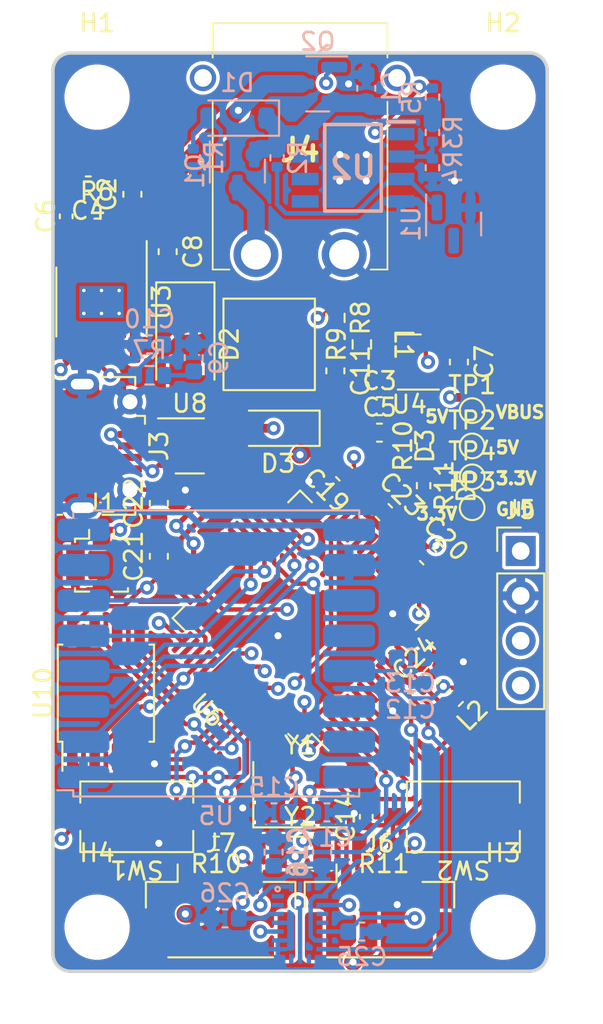
<source format=kicad_pcb>
(kicad_pcb (version 20221018) (generator pcbnew)
  (layers (0 "F.Cu" signal) (1 "In1.Cu" signal) (2 "In2.Cu" signal) (31 "B.Cu" signal) (34 "B.Paste" user) (35 "F.Paste" user) (36 "B.SilkS" user "B.Silkscreen") (37 "F.SilkS" user "F.Silkscreen") (38 "B.Mask" user) (39 "F.Mask" user) (44 "Edge.Cuts" user))
  (net 0 "")
  (net 1 "/STM32/OSC32_IN")
  (net 2 "GND")
  (net 3 "/STM32/OSC32_OUT")
  (net 4 "/STM32/OSC_OUT")
  (net 5 "Net-(U6-VCAP1)")
  (net 6 "+5V")
  (net 7 "VDC")
  (net 8 "Net-(U3-BOOT)")
  (net 9 "Net-(D2-K)")
  (net 10 "Net-(C9-Pad1)")
  (net 11 "VCC")
  (net 12 "Net-(U3-SS)")
  (net 13 "Net-(U3-COMP)")
  (net 14 "/STM32/NRST")
  (net 15 "/STM32/OSC_IN")
  (net 16 "Net-(D1-A)")
  (net 17 "VBUS")
  (net 18 "Net-(J1-In)")
  (net 19 "/STM32/SWDIO")
  (net 20 "/STM32/SWCLK")
  (net 21 "/STM32/S1_control")
  (net 22 "/STM32/S1_feedback")
  (net 23 "/STM32/S2_control")
  (net 24 "/STM32/S2_feedback")
  (net 25 "Net-(Q2-G)")
  (net 26 "Net-(U1-K)")
  (net 27 "Net-(U2A--)")
  (net 28 "Net-(U3-EN)")
  (net 29 "Net-(U3-VSENSE)")
  (net 30 "/STM32/BOOT0")
  (net 31 "/Power/BATT")
  (net 32 "/Data management/MISO_RF")
  (net 33 "/Data management/MOSI_RF")
  (net 34 "/Data management/SCK_RF")
  (net 35 "/STM32/USB_D-")
  (net 36 "/STM32/USB_D+")
  (net 37 "/Data management/CS_RF")
  (net 38 "/Data management/RESET_RF")
  (net 42 "/Data management/RF_IO0")
  (net 43 "+3V3")
  (net 46 "/STM32/IMU_SCK")
  (net 47 "/STM32/IMU_MISO")
  (net 48 "/STM32/IMU_MOSI")
  (net 49 "/STM32/CE_ACC")
  (net 50 "/STM32/CE_GYR")
  (net 51 "/STM32/CE_MAG")
  (net 52 "/Data management/CS_FC")
  (net 53 "/Data management/WP_FC")
  (net 54 "/Data management/HOLD_FC")
  (net 55 "/Data management/SCK_FC")
  (net 56 "/Data management/MISO_FC")
  (net 57 "/Data management/MOSI_FC")
  (net 58 "Net-(U6-VDDA)")
  (net 59 "Net-(D3-A)")
  (net 60 "Net-(D5-A)")
  (net 61 "Net-(J3-D-)")
  (net 62 "Net-(J3-D+)")
  (footprint "Inductor_SMD:L_0603_1608Metric" (layer "F.Cu") (at 202.75 120.5 -135)
    (fp_text reference "L2")
    (fp_text value "10u")
  )
  (footprint "Capacitor_SMD:C_0603_1608Metric" (layer "F.Cu") (at 198.5 104)
    (fp_text reference "C3")
    (fp_text value "1u")
  )
  (footprint "Capacitor_SMD:C_0603_1608Metric" (layer "F.Cu") (at 201.5 119.25 45)
    (fp_text reference "C24")
    (fp_text value "100nF")
  )
  (footprint "Capacitor_SMD:C_0603_1608Metric" (layer "F.Cu") (at 203 101.5 -90)
    (fp_text reference "C7")
    (fp_text value "1u")
  )
  (footprint "Capacitor_SMD:C_0603_1608Metric" (layer "F.Cu") (at 198.75 110 -45)
    (fp_text reference "C23")
    (fp_text value "4.7u")
  )
  (footprint "Package_TO_SOT_SMD:SOT-23" (layer "F.Cu") (at 200.1875 101.5 180)
    (fp_text reference "U4")
    (fp_text value "LP3993-33B3F")
  )
  (footprint "TestPoint:TestPoint_Pad_D1.0mm" (layer "F.Cu") (at 203.75 109.75)
    (fp_text reference "TP3")
    (fp_text value "~")
  )
  (footprint "Capacitor_SMD:C_0603_1608Metric" (layer "F.Cu") (at 186.5 95.25 -90)
    (fp_text reference "C8")
    (fp_text value "100nF")
  )
  (footprint "Package_SO:SOIC-8-1EP_3.9x4.9mm_P1.27mm_EP2.29x3mm_ThermalVias" (layer "F.Cu") (at 182.75 98.1 -90)
    (fp_text reference "U3")
    (fp_text value "TPS54331D")
  )
  (footprint "Resistor_SMD:R_0402_1005Metric" (layer "F.Cu") (at 189.25 128.75 180)
    (fp_text reference "R10")
    (fp_text value "10k")
  )
  (footprint "Resistor_SMD:R_0402_1005Metric" (layer "F.Cu") (at 198.75 128.75 180)
    (fp_text reference "R11")
    (fp_text value "10k")
  )
  (footprint "MountingHole:MountingHole_3.2mm_M3" (layer "F.Cu") (at 205.5 133.5)
    (fp_text reference "H3")
    (fp_text value "MountingHole")
  )
  (footprint "Capacitor_SMD:C_0603_1608Metric" (layer "F.Cu") (at 186 112.5 90)
    (fp_text reference "C21")
    (fp_text value "100nF")
  )
  (footprint "Connector_JST:JST_GH_SM04B-GHS-TB_1x04-1MP_P1.25mm_Horizontal" (layer "F.Cu") (at 198.5 132.65)
    (fp_text reference "J6")
    (fp_text value "Conn_01x04")
  )
  (footprint "Button_Switch_SMD:SW_Tactile_SPST_NO_Straight_CK_PTS636Sx25SMTRLFS" (layer "F.Cu") (at 184.75 127.25 180)
    (fp_text reference "SW1")
    (fp_text value "TS-1187A-B-A-B")
  )
  (footprint "MountingHole:MountingHole_3.2mm_M3" (layer "F.Cu") (at 182.5 86.5)
    (fp_text reference "H1")
    (fp_text value "MountingHole")
  )
  (footprint "Connector_USB:USB_Micro-B_Molex-105017-0001" (layer "F.Cu") (at 182.9 106.25 -90)
    (fp_text reference "J3")
    (fp_text value "USB_B_Micro")
  )
  (footprint "TestPoint:TestPoint_Pad_D1.0mm" (layer "F.Cu") (at 203.75 104.25)
    (fp_text reference "TP1")
    (fp_text value "~")
  )
  (footprint "Resistor_SMD:R_0603_1608Metric" (layer "F.Cu") (at 196 99 -90)
    (fp_text reference "R8")
    (fp_text value "10.2k")
  )
  (footprint "Capacitor_SMD:C_0402_1005Metric" (layer "F.Cu") (at 180.75 93.25 90)
    (fp_text reference "C6")
    (fp_text value "8.2n")
  )
  (footprint "Resistor_SMD:R_0402_1005Metric" (layer "F.Cu") (at 201 108.5 -90)
    (fp_text reference "R11")
    (fp_text value "200")
  )
  (footprint "Package_SO:SOP-8_5.28x5.23mm_P1.27mm" (layer "F.Cu") (at 183 120.25 90)
    (fp_text reference "U10")
    (fp_text value "AT25SF081-XMHF-X")
  )
  (footprint "Capacitor_SMD:C_0603_1608Metric" (layer "F.Cu") (at 201.25 112.5 -45)
    (fp_text reference "C20")
    (fp_text value "100nF")
  )
  (footprint "Resistor_SMD:R_0603_1608Metric" (layer "F.Cu") (at 197.5 100.5 90)
    (fp_text reference "R9")
    (fp_text value "1.91k")
  )
  (footprint "local-library:IHLP2020CZER100M01" (layer "F.Cu") (at 192.25 100.5 -90)
    (fp_text reference "L1")
    (fp_text value "IHLP2020CZER100M01")
  )
  (footprint "Package_TO_SOT_SMD:SOT-23-6" (layer "F.Cu") (at 187.75 106.25)
    (fp_text reference "U8")
    (fp_text value "USBLC6-2SC6")
  )
  (footprint "Capacitor_SMD:C_0603_1608Metric" (layer "F.Cu") (at 182 91.5 180)
    (fp_text reference "C4")
    (fp_text value "10u")
  )
  (footprint "Resistor_SMD:R_0402_1005Metric" (layer "F.Cu") (at 182.5 93)
    (fp_text reference "R6")
    (fp_text value "NC")
  )
  (footprint "TestPoint:TestPoint_Pad_D1.0mm" (layer "F.Cu") (at 203.75 108)
    (fp_text reference "TP4")
    (fp_text value "~")
  )
  (footprint "TestPoint:TestPoint_Pad_D1.0mm" (layer "F.Cu") (at 203.75 106.25)
    (fp_text reference "TP2")
    (fp_text value "~")
  )
  (footprint "MountingHole:MountingHole_3.2mm_M3" (layer "F.Cu") (at 205.5 86.5)
    (fp_text reference "H2")
    (fp_text value "MountingHole")
  )
  (footprint "Connector_JST:JST_GH_SM04B-GHS-TB_1x04-1MP_P1.25mm_Horizontal" (layer "F.Cu") (at 189.5 132.65)
    (fp_text reference "J7")
    (fp_text value "Conn_01x04")
  )
  (footprint "Connector_PinHeader_2.54mm:PinHeader_1x04_P2.54mm_Vertical" (layer "F.Cu") (at 206.5 112.2)
    (fp_text reference "J5")
    (fp_text value "Conn_01x04")
  )
  (footprint "Button_Switch_SMD:SW_Tactile_SPST_NO_Straight_CK_PTS636Sx25SMTRLFS" (layer "F.Cu") (at 203.25 127.25 180)
    (fp_text reference "SW2")
    (fp_text value "TS-1187A-B-A-B")
  )
  (footprint "Capacitor_SMD:C_0603_1608Metric" (layer "F.Cu") (at 198.5 105.5)
    (fp_text reference "C5")
    (fp_text value "100nF")
  )
  (footprint "Capacitor_SMD:C_0603_1608Metric" (layer "F.Cu") (at 184.5 92 90)
    (fp_text reference "C2")
    (fp_text value "10u")
  )
  (footprint "Connector_Coaxial:U.FL_Molex_MCRF_73412-0110_Vertical" (layer "F.Cu") (at 182.75 113 180)
    (fp_text reference "J1")
    (fp_text value "Conn_Coaxial")
  )
  (footprint "Diode_SMD:D_SMA" (layer "F.Cu") (at 187.5 100.5 -90)
    (fp_text reference "D2")
    (fp_text value "RB056LAM-40TR")
  )
  (footprint "Capacitor_SMD:C_0603_1608Metric" (layer "F.Cu") (at 186 109.5 90)
    (fp_text reference "C22")
    (fp_text value "1u")
  )
  (footprint "Crystal:Crystal_SMD_5032-4Pin_5.0x3.2mm" (layer "F.Cu") (at 194 126)
    (fp_text reference "Y1")
    (fp_text value "12MHz")
  )
  (footprint "Diode_SMD:D_SOD-123" (layer "F.Cu") (at 192.75 105.25 180)
    (fp_text reference "D3")
    (fp_text value "B5819W")
  )
  (footprint "Package_QFP:LQFP-64_10x10mm_P0.5mm" (layer "F.Cu") (at 194 116 135)
    (fp_text reference "U6")
    (fp_text value "STM32F411RETx")
  )
  (footprint "MountingHole:MountingHole_3.2mm_M3" (layer "F.Cu") (at 182.5 133.5)
    (fp_text reference "H4")
    (fp_text value "MountingHole")
  )
  (footprint "Capacitor_SMD:C_0603_1608Metric" (layer "F.Cu") (at 196.5 107.75 135)
    (fp_text reference "C19")
    (fp_text value "10n")
  )
  (footprint "Capacitor_SMD:C_0603_1608Metric" (layer "F.Cu") (at 196 102 -90)
    (fp_text reference "C11")
    (fp_text value "10u")
  )
  (footprint "Crystal:Crystal_SMD_3215-2Pin_3.2x1.5mm" (layer "F.Cu") (at 194 129.25)
    (fp_text reference "Y2")
    (fp_text value "32.768k")
  )
  (footprint "LED_SMD:LED_0402_1005Metric" (layer "F.Cu") (at 202.25 106.25 90)
    (fp_text reference "D3")
    (fp_text value "LED")
  )
  (footprint "Capacitor_SMD:C_0402_1005Metric" (layer "F.Cu") (at 197.75 127.25 90)
    (fp_text reference "C14")
    (fp_text value "1u")
  )
  (footprint "local-library:XT30PWM" (layer "F.Cu") (at 194 89.5)
    (fp_text reference "J4")
    (fp_text value "Conn_01x02" hide)
  )
  (footprint "LED_SMD:LED_0402_1005Metric" (layer "F.Cu") (at 202.25 108.5 -90)
    (fp_text reference "D5")
    (fp_text value "LED")
  )
  (footprint "Resistor_SMD:R_0402_1005Metric" (layer "F.Cu") (at 201 106.25 90)
    (fp_text reference "R10")
    (fp_text value "200")
  )
  (footprint "Package_TO_SOT_SMD:SOT-23" (layer "B.Cu") (at 190.45 90.6875 -90)
    (fp_text reference "Q1")
    (fp_text value "Si2301-TP")
  )
  (footprint "Resistor_SMD:R_0402_1005Metric" (layer "B.Cu") (at 201.5 86.5 -90)
    (fp_text reference "R5")
    (fp_text value "100k")
  )
  (footprint "Package_TO_SOT_SMD:SOT-23" (layer "B.Cu") (at 202.7 93.6875 -90)
    (fp_text reference "U1")
    (fp_text value "ADR5040ARTZ-2.048")
  )
  (footprint "Capacitor_SMD:C_0603_1608Metric" (layer "B.Cu") (at 185.475 100.5 180)
    (fp_text reference "C10")
    (fp_text value "10p")
  )
  (footprint "Capacitor_SMD:C_0603_1608Metric" (layer "B.Cu") (at 197.5 133.75)
    (fp_text reference "C25")
    (fp_text value "100nF")
  )
  (footprint "Capacitor_SMD:C_0603_1608Metric" (layer "B.Cu") (at 195.525 127)
    (fp_text reference "C17")
    (fp_text value "33p")
  )
  (footprint "Diode_SMD:D_SOD-123" (layer "B.Cu") (at 190.45 87.6875 180)
    (fp_text reference "D1")
    (fp_text value "B5819W")
  )
  (footprint "local-library:BMX055" (layer "B.Cu") (at 194 133.25 180)
    (fp_text reference "U7")
    (fp_text value "BMX055")
  )
  (footprint "Resistor_SMD:R_0402_1005Metric" (layer "B.Cu") (at 187.95 89.9375 90)
    (fp_text reference "R1")
    (fp_text value "100k")
  )
  (footprint "local-library:SOIC127P600X175-8N" (layer "B.Cu") (at 197 90.5 180)
    (fp_text reference "U2")
    (fp_text value "LM393" hide)
  )
  (footprint "Capacitor_SMD:C_0603_1608Metric" (layer "B.Cu") (at 200.25 119.75)
    (fp_text reference "C12")
    (fp_text value "100nF")
  )
  (footprint "Resistor_SMD:R_0402_1005Metric" (layer "B.Cu") (at 201.5 90.5 90)
    (fp_text reference "R4")
    (fp_text value "30k")
  )
  (footprint "Capacitor_SMD:C_0603_1608Metric" (layer "B.Cu") (at 187.975 101.25 90)
    (fp_text reference "C9")
    (fp_text value "1n")
  )
  (footprint "Capacitor_SMD:C_0603_1608Metric" (layer "B.Cu") (at 192.525 127 180)
    (fp_text reference "C15")
    (fp_text value "33p")
  )
  (footprint "RF_Module:HOPERF_RFM9XW_SMD" (layer "B.Cu") (at 189.25 118)
    (fp_text reference "U5")
    (fp_text value "RFM95W-915S2")
  )
  (footprint "Capacitor_SMD:C_0603_1608Metric" (layer "B.Cu") (at 200.25 118.25)
    (fp_text reference "C13")
    (fp_text value "100nF")
  )
  (footprint "Capacitor_SMD:C_0603_1608Metric" (layer "B.Cu") (at 197.75 86 90)
    (fp_text reference "C1")
    (fp_text value "100nF")
  )
  (footprint "Capacitor_SMD:C_0603_1608Metric" (layer "B.Cu") (at 195.25 129.25 -90)
    (fp_text reference "C16")
    (fp_text value "15p")
  )
  (footprint "Resistor_SMD:R_0402_1005Metric" (layer "B.Cu") (at 192.7 89.9375 90)
    (fp_text reference "R2")
    (fp_text value "30k")
  )
  (footprint "Capacitor_SMD:C_0603_1608Metric" (layer "B.Cu") (at 189.75 133 180)
    (fp_text reference "C26")
    (fp_text value "100nF")
  )
  (footprint "Resistor_SMD:R_0402_1005Metric" (layer "B.Cu") (at 201.5 88.5 90)
    (fp_text reference "R3")
    (fp_text value "56k")
  )
  (footprint "Capacitor_SMD:C_0603_1608Metric" (layer "B.Cu") (at 192.5 129.25 90)
    (fp_text reference "C18")
    (fp_text value "15p")
  )
  (footprint "Package_TO_SOT_SMD:SOT-23" (layer "B.Cu") (at 195 85.75 180)
    (fp_text reference "Q2")
    (fp_text value "AO3401A")
  )
  (footprint "Resistor_SMD:R_0603_1608Metric" (layer "B.Cu") (at 185.475 102.25 180)
    (fp_text reference "R7")
    (fp_text value "36.5k")
  )
  (gr_arc (start 207 84) (mid 207.707107 84.292893) (end 208 85) (stroke (width 0.2)) (layer "Edge.Cuts"))
  (gr_line (start 180 127) (end 180 85) (stroke (width 0.2)) (layer "Edge.Cuts"))
  (gr_line (start 208 135) (end 208 85) (stroke (width 0.2)) (layer "Edge.Cuts"))
  (gr_line (start 180 135) (end 180 127) (stroke (width 0.2)) (layer "Edge.Cuts"))
  (gr_arc (start 181 136) (mid 180.292893 135.707107) (end 180 135) (stroke (width 0.2)) (layer "Edge.Cuts"))
  (gr_line (start 181 84) (end 207 84) (stroke (width 0.2)) (layer "Edge.Cuts"))
  (gr_arc (start 180 85) (mid 180.292893 84.292893) (end 181 84) (stroke (width 0.2)) (layer "Edge.Cuts"))
  (gr_arc (start 208 135) (mid 207.707107 135.707107) (end 207 136) (stroke (width 0.2)) (layer "Edge.Cuts"))
  (gr_line (start 207 136) (end 181 136) (stroke (width 0.2)) (layer "Edge.Cuts"))
  (gr_text "GND" (at 205 110.25) (layer "F.SilkS") (effects (font (size 0.7 0.7) (thickness 0.175) bold) (justify left bottom)))
  (gr_text "5V" (at 205 106.75) (layer "F.SilkS") (effects (font (size 0.7 0.7) (thickness 0.175) bold) (justify left bottom)))
  (gr_text "3.3V" (at 200.5 110.5) (layer "F.SilkS") (effects (font (size 0.7 0.7) (thickness 0.175) bold) (justify left bottom)))
  (gr_text "3.3V" (at 205 108.5) (layer "F.SilkS") (effects (font (size 0.7 0.7) (thickness 0.175) bold) (justify left bottom)))
  (gr_text "5V" (at 201 105) (layer "F.SilkS") (effects (font (size 0.7 0.7) (thickness 0.175) bold) (justify left bottom)))
  (gr_text "VBUS" (at 205 104.75) (layer "F.SilkS") (effects (font (size 0.7 0.7) (thickness 0.175) bold) (justify left bottom)))
  (segment (start 194.175581 128.609671) (end 194.609671 128.609671) (width 0.25) (layer "F.Cu") (net 1))
  (segment (start 198.877403 124.766491) (end 196.068287 121.957375) (width 0.25) (layer "F.Cu") (net 1))
  (segment (start 194.609671 128.609671) (end 195.25 129.25) (width 0.25) (layer "F.Cu") (net 1))
  (segment (start 198.877403 125.209085) (end 198.877403 124.766491) (width 0.25) (layer "F.Cu") (net 1))
  (via (at 194.175581 128.609671) (size 0.8) (drill 0.4) (layers "F.Cu" "B.Cu") (net 1))
  (via (at 198.877403 125.209085) (size 0.8) (drill 0.4) (layers "F.Cu" "B.Cu") (net 1))
  (segment (start 198.877403 127.122597) (end 198.877403 125.209085) (width 0.25) (layer "B.Cu") (net 1))
  (segment (start 195.25 128.475) (end 197.525 128.475) (width 0.25) (layer "B.Cu") (net 1))
  (segment (start 194.175581 128.609671) (end 195.115329 128.609671) (width 0.25) (layer "B.Cu") (net 1))
  (segment (start 197.525 128.475) (end 198.877403 127.122597) (width 0.25) (layer "B.Cu") (net 1))
  (segment (start 195.115329 128.609671) (end 195.25 128.475) (width 0.25) (layer "B.Cu") (net 1))
  (segment (start 186 108.725) (end 186.421751 108.725) (width 0.25) (layer "F.Cu") (net 2))
  (segment (start 181.9625 107.55) (end 181.6625 107.25) (width 0.25) (layer "F.Cu") (net 2))
  (segment (start 187.25 106.25) (end 186.6125 106.25) (width 0.25) (layer "F.Cu") (net 2))
  (segment (start 184.3875 108.725) (end 184.3625 108.75) (width 0.25) (layer "F.Cu") (net 2))
  (segment (start 186.421751 108.725) (end 187.6 107.546751) (width 0.25) (layer "F.Cu") (net 2))
  (segment (start 187.6 107.546751) (end 187.6 106.6) (width 0.25) (layer "F.Cu") (net 2))
  (segment (start 186 108.725) (end 184.3875 108.725) (width 0.25) (layer "F.Cu") (net 2))
  (segment (start 184.3625 107.55) (end 181.9625 107.55) (width 0.25) (layer "F.Cu") (net 2))
  (segment (start 199.125 131.8505) (end 199.5 132.2255) (width 0.25) (layer "F.Cu") (net 2))
  (segment (start 199.125 130.8) (end 199.125 131.8505) (width 0.25) (layer "F.Cu") (net 2))
  (segment (start 184.03 101.22) (end 183.385 100.575) (width 0.25) (layer "F.Cu") (net 2))
  (segment (start 187.6 106.6) (end 187.25 106.25) (width 0.25) (layer "F.Cu") (net 2))
  (segment (start 184.03 103.4175) (end 184.03 101.22) (width 0.25) (layer "F.Cu") (net 2))
  (segment (start 184.3625 103.75) (end 184.03 103.4175) (width 0.25) (layer "F.Cu") (net 2))
  (via (at 199.25 121.25) (size 0.8) (drill 0.4) (layers "F.Cu" "B.Cu") (net 2))
  (via (at 202.75 91.25) (size 0.8) (drill 0.4) (layers "F.Cu" "B.Cu") (net 2))
  (via (at 185.75 124.25) (size 0.8) (drill 0.4) (layers "F.Cu" "B.Cu") (net 2))
  (via (at 197.064956 127.059349) (size 0.8) (drill 0.4) (layers "F.Cu" "B.Cu") (net 2))
  (via (at 186 128.75) (size 0.8) (drill 0.4) (layers "F.Cu" "B.Cu") (net 2))
  (via (at 196.75 85.75) (size 0.8) (drill 0.4) (layers "F.Cu" "B.Cu") (net 2))
  (via (at 194.5 108.25) (size 0.8) (drill 0.4) (layers "F.Cu" "B.Cu") (net 2))
  (via (at 196.25 89.75) (size 0.8) (drill 0.4) (layers "F.Cu" "B.Cu") (net 2))
  (via (at 190.75 126.75) (size 0.8) (drill 0.4) (layers "F.Cu" "B.Cu") (net 2))
  (via (at 199.25 115.75) (size 0.8) (drill 0.4) (layers "F.Cu" "B.Cu") (net 2))
  (via (at 196.25 91.25) (size 0.8) (drill 0.4) (layers "F.Cu" "B.Cu") (net 2))
  (via (at 192.75 117) (size 0.8) (drill 0.4) (layers "F.Cu" "B.Cu") (net 2))
  (via (at 203.25 118.4745) (size 0.8) (drill 0.4) (layers "F.Cu" "B.Cu") (net 2))
  (via (at 197.75 91.25) (size 0.8) (drill 0.4) (layers "F.Cu" "B.Cu") (net 2))
  (via (at 187.5 108.75) (size 0.8) (drill 0.4) (layers "F.Cu" "B.Cu") (net 2))
  (via (at 199.5 132.2255) (size 0.8) (drill 0.4) (layers "F.Cu" "B.Cu") (net 2))
  (via (at 197.75 89.75) (size 0.8) (drill 0.4) (layers "F.Cu" "B.Cu") (net 2))
  (segment (start 197.005607 127) (end 197.064956 127.059349) (width 0.25) (layer "B.Cu") (net 2))
  (segment (start 196.3 127) (end 197.005607 127) (width 0.25) (layer "B.Cu") (net 2))
  (segment (start 193.7245 129.501595) (end 193.472905 129.25) (width 0.25) (layer "F.Cu") (net 3))
  (segment (start 199.8255 125.5255) (end 199.9745 125.5255) (width 0.25) (layer "F.Cu") (net 3))
  (segment (start 200.1 125.28198) (end 196.421841 121.603821) (width 0.25) (layer "F.Cu") (net 3))
  (segment (start 200.1 125.4) (end 200.1 125.28198) (width 0.25) (layer "F.Cu") (net 3))
  (segment (start 199.9745 125.5255) (end 200.1 125.4) (width 0.25) (layer "F.Cu") (net 3))
  (segment (start 193.472905 129.25) (end 192.75 129.25) (width 0.25) (layer "F.Cu") (net 3))
  (via (at 199.8255 125.5255) (size 0.8) (drill 0.4) (layers "F.Cu" "B.Cu") (net 3))
  (via (at 193.7245 129.501595) (size 0.8) (drill 0.4) (layers "F.Cu" "B.Cu") (net 3))
  (segment (start 194.525305 129.25) (end 197.5 129.25) (width 0.25) (layer "B.Cu") (net 3))
  (segment (start 197.5 129.25) (end 199.8255 126.9245) (width 0.25) (layer "B.Cu") (net 3))
  (segment (start 199.8255 126.9245) (end 199.8255 125.5255) (width 0.25) (layer "B.Cu") (net 3))
  (segment (start 192.75 130.025) (end 193.273405 129.501595) (width 0.25) (layer "B.Cu") (net 3))
  (segment (start 193.7245 129.501595) (end 193.273405 129.501595) (width 0.25) (layer "B.Cu") (net 3))
  (segment (start 194.300305 129.475) (end 194.525305 129.25) (width 0.25) (layer "B.Cu") (net 3))
  (segment (start 193.751095 129.475) (end 194.300305 129.475) (width 0.25) (layer "B.Cu") (net 3))
  (segment (start 193.7245 129.501595) (end 193.751095 129.475) (width 0.25) (layer "B.Cu") (net 3))
  (segment (start 192.5 130.025) (end 192.75 130.025) (width 0.25) (layer "B.Cu") (net 3))
  (segment (start 200.55 124.317766) (end 197.128948 120.896714) (width 0.25) (layer "F.Cu") (net 4))
  (segment (start 196.9 126.25) (end 197.302391 126.25) (width 0.25) (layer "F.Cu") (net 4))
  (segment (start 198.197609 126.25) (end 200.363604 126.25) (width 0.25) (layer "F.Cu") (net 4))
  (segment (start 197.387391 126.165) (end 198.112609 126.165) (width 0.25) (layer "F.Cu") (net 4))
  (segment (start 195.65 125) (end 195.378586 125) (width 0.25) (layer "F.Cu") (net 4))
  (segment (start 197.302391 126.25) (end 197.387391 126.165) (width 0.25) (layer "F.Cu") (net 4))
  (segment (start 200.55 126.063604) (end 200.55 124.317766) (width 0.25) (layer "F.Cu") (net 4))
  (segment (start 195.378586 125) (end 194.544271 125.834315) (width 0.25) (layer "F.Cu") (net 4))
  (segment (start 198.112609 126.165) (end 198.197609 126.25) (width 0.25) (layer "F.Cu") (net 4))
  (segment (start 195.65 125) (end 196.9 126.25) (width 0.25) (layer "F.Cu") (net 4))
  (segment (start 200.363604 126.25) (end 200.55 126.063604) (width 0.25) (layer "F.Cu") (net 4))
  (via (at 194.544271 125.834315) (size 0.8) (drill 0.4) (layers "F.Cu" "B.Cu") (net 4))
  (segment (start 194.544271 125.834315) (end 194.544271 126.794271) (width 0.25) (layer "B.Cu") (net 4))
  (segment (start 194.544271 126.794271) (end 194.75 127) (width 0.25) (layer "B.Cu") (net 4))
  (segment (start 196.662741 109.448171) (end 196.068287 110.042625) (width 0.25) (layer "F.Cu") (net 5))
  (segment (start 198.201992 109.451992) (end 198.198171 109.448171) (width 0.25) (layer "F.Cu") (net 5))
  (segment (start 198.198171 109.448171) (end 196.662741 109.448171) (width 0.25) (layer "F.Cu") (net 5))
  (segment (start 197.725 103.025) (end 199.25 101.5) (width 1) (layer "F.Cu") (net 6))
  (segment (start 188.875 132.102082) (end 188.875 130.8) (width 1) (layer "F.Cu") (net 6))
  (segment (start 202.649282 105.07) (end 203.75 106.170718) (width 0.4) (layer "F.Cu") (net 6))
  (segment (start 196 100.5) (end 196 99.825) (width 1) (layer "F.Cu") (net 6))
  (segment (start 199.6875 101.9375) (end 199.6875 102.75) (width 0.4) (layer "F.Cu") (net 6))
  (segment (start 200.99 106.75) (end 201 106.76) (width 0.7) (layer "F.Cu") (net 6))
  (segment (start 194.4 106.35) (end 194 106.75) (width 1) (layer "F.Cu") (net 6))
  (segment (start 197.725 105.5) (end 197.725 104) (width 1) (layer "F.Cu") (net 6))
  (segment (start 197.725 105.5) (end 197.725 105.733148) (width 0.7) (layer "F.Cu") (net 6))
  (segment (start 197.725 105.733148) (end 198.741852 106.75) (width 0.7) (layer "F.Cu") (net 6))
  (segment (start 194.4 105.25) (end 194.4 105.0755) (width 1) (layer "F.Cu") (net 6))
  (segment (start 197.875 134.5995) (end 197.875 130.8) (width 1) (layer "F.Cu") (net 6))
  (segment (start 202.0075 105.07) (end 202.649282 105.07) (width 0.4) (layer "F.Cu") (net 6))
  (segment (start 194.4 105.25) (end 197.475 105.25) (width 1) (layer "F.Cu") (net 6))
  (segment (start 199.6875 102.75) (end 202.0075 105.07) (width 0.4) (layer "F.Cu") (net 6))
  (segment (start 194.4 105.0755) (end 192.25 102.9255) (width 1) (layer "F.Cu") (net 6))
  (segment (start 197.725 104) (end 197.725 103.025) (width 1) (layer "F.Cu") (net 6))
  (segment (start 196 101.225) (end 196 100.5) (width 1) (layer "F.Cu") (net 6))
  (segment (start 197 135.4745) (end 197.875 134.5995) (width 1) (layer "F.Cu") (net 6))
  (segment (start 194.6755 100.5) (end 196 100.5) (width 1) (layer "F.Cu") (net 6))
  (segment (start 198.741852 106.75) (end 200.99 106.75) (width 0.7) (layer "F.Cu") (net 6))
  (segment (start 203.75 106.170718) (end 203.75 106.25) (width 0.4) (layer "F.Cu") (net 6))
  (segment (start 199.25 101.5) (end 199.6875 101.9375) (width 0.4) (layer "F.Cu") (net 6))
  (segment (start 188.227082 132.75) (end 188.875 132.102082) (width 1) (layer "F.Cu") (net 6))
  (segment (start 187.5 132.75) (end 188.227082 132.75) (width 1) (layer "F.Cu") (net 6))
  (segment (start 194.4 105.25) (end 194.4 106.35) (width 1) (layer "F.Cu") (net 6))
  (segment (start 197.475 105.25) (end 197.725 105.5) (width 1) (layer "F.Cu") (net 6))
  (segment (start 192.25 102.9255) (end 194.6755 100.5) (width 1) (layer "F.Cu") (net 6))
  (via (at 194 106.75) (size 0.8) (drill 0.4) (layers "F.Cu" "B.Cu") (net 6))
  (via (at 187.5 132.75) (size 0.8) (drill 0.4) (layers "F.Cu" "B.Cu") (net 6))
  (via (at 197 135.4745) (size 0.8) (drill 0.4) (layers "F.Cu" "B.Cu") (net 6))
  (segment (start 191.7225 89.4275) (end 192.7 89.4275) (width 1) (layer "B.Cu") (net 7))
  (segment (start 192.7 88.9405) (end 193.0455 88.595) (width 1) (layer "B.Cu") (net 7))
  (segment (start 192.7 89.4275) (end 192.7 88.2875) (width 1) (layer "B.Cu") (net 7))
  (segment (start 201.5 87.01) (end 197.985 87.01) (width 1) (layer "B.Cu") (net 7))
  (segment (start 194.288 88.595) (end 194.288 88.3495) (width 1) (layer "B.Cu") (net 7))
  (segment (start 192.7 88.2875) (end 192.1 87.6875) (width 1) (layer "B.Cu") (net 7))
  (segment (start 193.0455 88.595) (end 194.288 88.595) (width 1) (layer "B.Cu") (net 7))
  (segment (start 194.288 88.3495) (end 195.9375 86.7) (width 1) (layer "B.Cu") (net 7))
  (segment (start 201.5 87.99) (end 201.5 87.01) (width 1) (layer "B.Cu") (net 7))
  (segment (start 195.9375 86.7) (end 196.0875 86.85) (width 1) (layer "B.Cu") (net 7))
  (segment (start 196.0875 86.85) (end 197.675 86.85) (width 1) (layer "B.Cu") (net 7))
  (segment (start 192.7 89.4275) (end 192.7 88.9405) (width 1) (layer "B.Cu") (net 7))
  (segment (start 191.4 89.75) (end 191.7225 89.4275) (width 1) (layer "B.Cu") (net 7))
  (segment (start 197.985 87.01) (end 197.75 86.775) (width 1) (layer "B.Cu") (net 7))
  (segment (start 197.675 86.85) (end 197.75 86.775) (width 1) (layer "B.Cu") (net 7))
  (segment (start 184.655 95.345) (end 185.525 94.475) (width 0.25) (layer "F.Cu") (net 8))
  (segment (start 184.655 95.625) (end 184.655 95.345) (width 0.25) (layer "F.Cu") (net 8))
  (segment (start 185.525 94.475) (end 186.5 94.475) (width 0.25) (layer "F.Cu") (net 8))
  (segment (start 185.425 100.575) (end 184.655 100.575) (width 1) (layer "F.Cu") (net 9))
  (segment (start 187.5 97.025) (end 186.5 96.025) (width 1) (layer "F.Cu") (net 9))
  (segment (start 187.5 98.5) (end 185.425 100.575) (width 1) (layer "F.Cu") (net 9))
  (segment (start 187.5 98.5) (end 187.5 97.025) (width 1) (layer "F.Cu") (net 9))
  (segment (start 192.25 98.0745) (end 187.9255 98.0745) (width 1) (layer "F.Cu") (net 9))
  (segment (start 187.9255 98.0745) (end 187.5 98.5) (width 1) (layer "F.Cu") (net 9))
  (segment (start 186.3 102.25) (end 187.75 102.25) (width 0.25) (layer "B.Cu") (net 10))
  (segment (start 187.75 102.25) (end 187.975 102.025) (width 0.25) (layer "B.Cu") (net 10))
  (segment (start 184.975 92.775) (end 184.5 92.775) (width 1) (layer "F.Cu") (net 11))
  (segment (start 182.775 91.5) (end 183.01 91.735) (width 1) (layer "F.Cu") (net 11))
  (segment (start 184.275 93) (end 184.5 92.775) (width 1) (layer "F.Cu") (net 11))
  (segment (start 183.385 93.375) (end 183.01 93) (width 1) (layer "F.Cu") (net 11))
  (segment (start 183.385 95.625) (end 183.385 93.375) (width 1) (layer "F.Cu") (net 11))
  (segment (start 190.5 87.25) (end 184.975 92.775) (width 1) (layer "F.Cu") (net 11))
  (segment (start 183.01 93) (end 184.275 93) (width 1) (layer "F.Cu") (net 11))
  (segment (start 183.01 91.735) (end 183.01 93) (width 1) (layer "F.Cu") (net 11))
  (via (at 190.5 87.25) (size 0.8) (drill 0.4) (layers "F.Cu" "B.Cu") (net 11))
  (segment (start 192 85.75) (end 190.5 87.25) (width 1) (layer "B.Cu") (net 11))
  (segment (start 194.0625 85.75) (end 192 85.75) (width 1) (layer "B.Cu") (net 11))
  (segment (start 180.845 95.625) (end 180.845 93.825) (width 0.25) (layer "F.Cu") (net 12))
  (segment (start 180.845 93.825) (end 180.75 93.73) (width 0.25) (layer "F.Cu") (net 12))
  (segment (start 182.115 101.115) (end 183.25 102.25) (width 0.25) (layer "F.Cu") (net 13))
  (segment (start 182.115 100.575) (end 182.115 101.115) (width 0.25) (layer "F.Cu") (net 13))
  (via (at 183.25 102.25) (size 0.8) (drill 0.4) (layers "F.Cu" "B.Cu") (net 13))
  (segment (start 184.65 102.1) (end 186.25 100.5) (width 0.25) (layer "B.Cu") (net 13))
  (segment (start 184.65 102.25) (end 184.65 102.1) (width 0.25) (layer "B.Cu") (net 13))
  (segment (start 183.25 102.25) (end 184.65 102.25) (width 0.25) (layer "B.Cu") (net 13))
  (segment (start 201 126.25) (end 201 124.06066) (width 0.25) (layer "F.Cu") (net 14))
  (segment (start 200 127.25) (end 201 126.25) (width 0.25) (layer "F.Cu") (net 14))
  (segment (start 199.375 127.25) (end 200 127.25) (width 0.25) (layer "F.Cu") (net 14))
  (segment (start 197.75 127.73) (end 198.895 127.73) (width 0.25) (layer "F.Cu") (net 14))
  (segment (start 201 124.06066) (end 197.482501 120.543161) (width 0.25) (layer "F.Cu") (net 14))
  (segment (start 198.895 127.73) (end 199.375 127.25) (width 0.25) (layer "F.Cu") (net 14))
  (segment (start 199.26 127.365) (end 199.375 127.25) (width 0.25) (layer "F.Cu") (net 14))
  (segment (start 199.26 128.75) (end 199.26 127.365) (width 0.25) (layer "F.Cu") (net 14))
  (segment (start 193.573913 124.848511) (end 193.573913 122.896113) (width 0.25) (layer "F.Cu") (net 15))
  (segment (start 193.7495 125.024098) (end 193.573913 124.848511) (width 0.25) (layer "F.Cu") (net 15))
  (segment (start 193.573913 122.896113) (end 195.814213 120.655813) (width 0.25) (layer "F.Cu") (net 15))
  (segment (start 193.7495 125.024098) (end 193.7495 125.6005) (width 0.25) (layer "F.Cu") (net 15))
  (segment (start 193.7495 125.6005) (end 192.35 127) (width 0.25) (layer "F.Cu") (net 15))
  (segment (start 196.180939 120.655813) (end 196.775394 121.250268) (width 0.25) (layer "F.Cu") (net 15))
  (segment (start 195.814213 120.655813) (end 196.180939 120.655813) (width 0.25) (layer "F.Cu") (net 15))
  (via (at 193.7495 125.024098) (size 0.8) (drill 0.4) (layers "F.Cu" "B.Cu") (net 15))
  (segment (start 193.7495 126.5505) (end 193.3 127) (width 0.25) (layer "B.Cu") (net 15))
  (segment (start 193.7495 125.024098) (end 193.7495 126.5505) (width 0.25) (layer "B.Cu") (net 15))
  (segment (start 189.5 89.75) (end 189.5 88.3875) (width 0.25) (layer "B.Cu") (net 16))
  (segment (start 189.5 88.3875) (end 188.8 87.6875) (width 0.25) (layer "B.Cu") (net 16))
  (segment (start 187.95 88.5375) (end 188.8 87.6875) (width 0.25) (layer "B.Cu") (net 16))
  (segment (start 187.95 89.4275) (end 187.95 88.5375) (width 0.25) (layer "B.Cu") (net 16))
  (segment (start 185.5375 104.25) (end 187.073528 104.25) (width 0.5) (layer "F.Cu") (net 17))
  (segment (start 187.073528 104.25) (end 190.1 104.25) (width 0.5) (layer "F.Cu") (net 17))
  (segment (start 184.8375 104.95) (end 185.5375 104.25) (width 0.5) (layer "F.Cu") (net 17))
  (segment (start 187.775 104.951472) (end 187.775 105.698528) (width 0.5) (layer "F.Cu") (net 17))
  (segment (start 184.3625 104.95) (end 184.8375 104.95) (width 0.5) (layer "F.Cu") (net 17))
  (segment (start 187.775 105.698528) (end 188.326472 106.25) (width 0.5) (layer "F.Cu") (net 17))
  (segment (start 191.1 105.25) (end 192.5 105.25) (width 0.5) (layer "F.Cu") (net 17))
  (segment (start 187.073528 104.25) (end 187.775 104.951472) (width 0.5) (layer "F.Cu") (net 17))
  (segment (start 188.326472 106.25) (end 188.8875 106.25) (width 0.5) (layer "F.Cu") (net 17))
  (segment (start 190.1 104.25) (end 191.1 105.25) (width 0.5) (layer "F.Cu") (net 17))
  (segment (start 202.5 103.5) (end 203.25 103.5) (width 0.5) (layer "F.Cu") (net 17))
  (segment (start 203.25 103.5) (end 203.75 104) (width 0.5) (layer "F.Cu") (net 17))
  (segment (start 203.75 104) (end 203.75 104.25) (width 0.5) (layer "F.Cu") (net 17))
  (via (at 192.5 105.25) (size 0.8) (drill 0.4) (layers "F.Cu" "B.Cu") (net 17))
  (via (at 202.5 103.5) (size 0.8) (drill 0.4) (layers "F.Cu" "B.Cu") (net 17))
  (segment (start 183.7995 111) (end 183.25 111) (width 0.35) (layer "F.Cu") (net 18))
  (segment (start 183.25 111) (end 182.75 111.5) (width 0.35) (layer "F.Cu") (net 18))
  (via (at 183.7995 111) (size 0.8) (drill 0.4) (layers "F.Cu" "B.Cu") (net 18))
  (segment (start 188.358862 110.75) (end 187.608862 110) (width 0.35) (layer "B.Cu") (net 18))
  (segment (start 184.7995 110) (end 183.7995 111) (width 0.35) (layer "B.Cu") (net 18))
  (segment (start 196.775 111) (end 196.525 110.75) (width 0.35) (layer "B.Cu") (net 18))
  (segment (start 196.525 110.75) (end 188.358862 110.75) (width 0.35) (layer "B.Cu") (net 18))
  (segment (start 187.608862 110) (end 184.7995 110) (width 0.35) (layer "B.Cu") (net 18))
  (segment (start 193.262299 115.512299) (end 189.623211 115.512299) (width 0.25) (layer "F.Cu") (net 19))
  (segment (start 189.623211 115.512299) (end 188.042625 113.931713) (width 0.25) (layer "F.Cu") (net 19))
  (via (at 193.262299 115.512299) (size 0.8) (drill 0.4) (layers "F.Cu" "B.Cu") (net 19))
  (segment (start 186.249838 116.2755) (end 187.335519 117.361181) (width 0.25) (layer "F.Cu") (net 20))
  (segment (start 186 116.2755) (end 186.249838 116.2755) (width 0.25) (layer "F.Cu") (net 20))
  (via (at 186 116.2755) (size 0.8) (drill 0.4) (layers "F.Cu" "B.Cu") (net 20))
  (segment (start 193.7 127.75) (end 194.3 127.75) (width 0.25) (layer "F.Cu") (net 21))
  (segment (start 196.025 127.975) (end 196.625 128.575) (width 0.25) (layer "F.Cu") (net 21))
  (segment (start 188.706402 120.940044) (end 189.810392 119.836054) (width 0.25) (layer "F.Cu") (net 21))
  (segment (start 189.820312 125.88167) (end 189.820312 127.570312) (width 0.25) (layer "F.Cu") (net 21))
  (segment (start 194.525 127.975) (end 196.025 127.975) (width 0.25) (layer "F.Cu") (net 21))
  (segment (start 189.820312 127.570312) (end 190.225 127.975) (width 0.25) (layer "F.Cu") (net 21))
  (segment (start 196.625 128.575) (end 196.625 130.8) (width 0.25) (layer "F.Cu") (net 21))
  (segment (start 190.225 127.975) (end 193.475 127.975) (width 0.25) (layer "F.Cu") (net 21))
  (segment (start 188.706402 121.293392) (end 188.706402 120.940044) (width 0.25) (layer "F.Cu") (net 21))
  (segment (start 194.3 127.75) (end 194.525 127.975) (width 0.25) (layer "F.Cu") (net 21))
  (segment (start 193.475 127.975) (end 193.7 127.75) (width 0.25) (layer "F.Cu") (net 21))
  (via (at 188.706402 121.293392) (size 0.8) (drill 0.4) (layers "F.Cu" "B.Cu") (net 21))
  (via (at 189.820312 125.88167) (size 0.8) (drill 0.4) (layers "F.Cu" "B.Cu") (net 21))
  (segment (start 189.068697 121.293392) (end 188.706402 121.293392) (width 0.25) (layer "B.Cu") (net 21))
  (segment (start 190.849736 124.852246) (end 190.849736 123.074431) (width 0.25) (layer "B.Cu") (net 21))
  (segment (start 190.849736 123.074431) (end 189.068697 121.293392) (width 0.25) (layer "B.Cu") (net 21))
  (segment (start 189.820312 125.88167) (end 190.849736 124.852246) (width 0.25) (layer "B.Cu") (net 21))
  (segment (start 201.45 129.725) (end 201.45 123.8) (width 0.25) (layer "F.Cu") (net 22))
  (segment (start 201.45 123.8) (end 204.186473 121.063527) (width 0.25) (layer "F.Cu") (net 22))
  (segment (start 201.275662 116.75) (end 200.664481 117.361181) (width 0.25) (layer "F.Cu") (net 22))
  (segment (start 203.5 116.75) (end 201.275662 116.75) (width 0.25) (layer "F.Cu") (net 22))
  (segment (start 200.375 130.8) (end 201.45 129.725) (width 0.25) (layer "F.Cu") (net 22))
  (segment (start 204.186473 117.436473) (end 203.5 116.75) (width 0.25) (layer "F.Cu") (net 22))
  (segment (start 204.186473 121.063527) (end 204.186473 117.436473) (width 0.25) (layer "F.Cu") (net 22))
  (segment (start 187.3 130.8) (end 187 130.5) (width 0.25) (layer "F.Cu") (net 23))
  (segment (start 187.474951 123.250451) (end 187.675402 123.05) (width 0.25) (layer "F.Cu") (net 23))
  (segment (start 189.5 121.63137) (end 189.5 120.853554) (width 0.25) (layer "F.Cu") (net 23))
  (segment (start 187.675402 123.05) (end 188.08137 123.05) (width 0.25) (layer "F.Cu") (net 23))
  (segment (start 188.08137 123.05) (end 189.5 121.63137) (width 0.25) (layer "F.Cu") (net 23))
  (segment (start 189.5 120.853554) (end 190.163946 120.189608) (width 0.25) (layer "F.Cu") (net 23))
  (segment (start 187.625 130.8) (end 187.3 130.8) (width 0.25) (layer "F.Cu") (net 23))
  (segment (start 187 130.5) (end 187 125.7245) (width 0.25) (layer "F.Cu") (net 23))
  (via (at 187.474951 123.250451) (size 0.8) (drill 0.4) (layers "F.Cu" "B.Cu") (net 23))
  (via (at 187 125.7245) (size 0.8) (drill 0.4) (layers "F.Cu" "B.Cu") (net 23))
  (segment (start 187 125.7245) (end 187 123.725402) (width 0.25) (layer "B.Cu") (net 23))
  (segment (start 187 123.725402) (end 187.474951 123.250451) (width 0.25) (layer "B.Cu") (net 23))
  (segment (start 191.375 130.125) (end 190.75 129.5) (width 0.25) (layer "F.Cu") (net 24))
  (segment (start 200.75 115.75) (end 200.75 114.724338) (width 0.25) (layer "F.Cu") (net 24))
  (segment (start 200.75 114.724338) (end 200.664481 114.638819) (width 0.25) (layer "F.Cu") (net 24))
  (segment (start 191.375 130.8) (end 191.375 130.125) (width 0.25) (layer "F.Cu") (net 24))
  (via (at 200.75 115.75) (size 0.8) (drill 0.4) (layers "F.Cu" "B.Cu") (net 24))
  (via (at 190.75 129.5) (size 0.8) (drill 0.4) (layers "F.Cu" "B.Cu") (net 24))
  (segment (start 200.754053 85.995947) (end 198.25 88.5) (width 0.25) (layer "F.Cu") (net 25))
  (segment (start 200.754053 85.9105) (end 200.754053 85.995947) (width 0.25) (layer "F.Cu") (net 25))
  (via (at 198.25 88.5) (size 0.8) (drill 0.4) (layers "F.Cu" "B.Cu") (net 25))
  (via (at 195.477579 85.701314) (size 0.8) (drill 0.4) (layers "F.Cu" "B.Cu") (net 25))
  (via (at 200.754053 85.9105) (size 0.8) (drill 0.4) (layers "F.Cu" "B.Cu") (net 25))
  (segment (start 198.25 88.5) (end 199.617 88.5) (width 0.25) (layer "B.Cu") (net 25))
  (segment (start 199.617 88.5) (end 199.712 88.595) (width 0.25) (layer "B.Cu") (net 25))
  (segment (start 200.833553 85.99) (end 200.754053 85.9105) (width 0.25) (layer "B.Cu") (net 25))
  (segment (start 195.477579 85.701314) (end 195.477579 85.259921) (width 0.25) (layer "B.Cu") (net 25))
  (segment (start 195.477579 85.259921) (end 195.9375 84.8) (width 0.25) (layer "B.Cu") (net 25))
  (segment (start 201.5 85.99) (end 200.833553 85.99) (width 0.25) (layer "B.Cu") (net 25))
  (segment (start 200.135 91.135) (end 199.712 91.135) (width 0.25) (layer "B.Cu") (net 26))
  (segment (start 201.75 92.75) (end 200.135 91.135) (width 0.25) (layer "B.Cu") (net 26))
  (segment (start 192.7 92.5795) (end 193.2005 93.08) (width 0.25) (layer "B.Cu") (net 26))
  (segment (start 199.115 91.135) (end 199.712 91.135) (width 0.25) (layer "B.Cu") (net 26))
  (segment (start 192.7 90.4475) (end 192.7 92.5795) (width 0.25) (layer "B.Cu") (net 26))
  (segment (start 193.2005 93.08) (end 197.17 93.08) (width 0.25) (layer "B.Cu") (net 26))
  (segment (start 197.17 93.08) (end 199.115 91.135) (width 0.25) (layer "B.Cu") (net 26))
  (segment (start 201.5 89.99) (end 201.5 89.5) (width 0.25) (layer "B.Cu") (net 27))
  (segment (start 201.135 89.865) (end 201.5 89.5) (width 0.25) (layer "B.Cu") (net 27))
  (segment (start 201.5 89.5) (end 201.5 89.01) (width 0.25) (layer "B.Cu") (net 27))
  (segment (start 199.712 89.865) (end 201.135 89.865) (width 0.25) (layer "B.Cu") (net 27))
  (segment (start 182.115 93.125) (end 181.99 93) (width 0.25) (layer "F.Cu") (net 28))
  (segment (start 182.115 95.625) (end 182.115 93.125) (width 0.25) (layer "F.Cu") (net 28))
  (segment (start 196 98.175) (end 197.5 99.675) (width 0.25) (layer "F.Cu") (net 29))
  (segment (start 195 99) (end 195.175 99) (width 0.25) (layer "F.Cu") (net 29))
  (segment (start 180.845 101.522505) (end 180.431103 101.936402) (width 0.25) (layer "F.Cu") (net 29))
  (segment (start 195.175 99) (end 196 98.175) (width 0.25) (layer "F.Cu") (net 29))
  (segment (start 180.845 100.575) (end 180.845 101.522505) (width 0.25) (layer "F.Cu") (net 29))
  (via (at 180.431103 101.936402) (size 0.8) (drill 0.4) (layers "F.Cu" "B.Cu") (net 29))
  (via (at 195 99) (size 0.8) (drill 0.4) (layers "F.Cu" "B.Cu") (net 29))
  (segment (start 188.625 128.635) (end 188.74 128.75) (width 0.25) (layer "F.Cu") (net 30))
  (segment (start 188.625 123.849874) (end 191.224606 121.250268) (width 0.25) (layer "F.Cu") (net 30))
  (segment (start 188.625 127.25) (end 188.625 123.849874) (width 0.25) (layer "F.Cu") (net 30))
  (segment (start 188.625 127.25) (end 188.625 128.635) (width 0.25) (layer "F.Cu") (net 30))
  (segment (start 191.5 92.675) (end 190.45 91.625) (width 1) (layer "B.Cu") (net 31))
  (segment (start 191.5 95.412) (end 191.5 92.675) (width 1) (layer "B.Cu") (net 31))
  (segment (start 194.68325 112.794162) (end 191.931713 110.042625) (width 0.25) (layer "F.Cu") (net 32))
  (segment (start 194.68325 113.053722) (end 194.68325 112.794162) (width 0.25) (layer "F.Cu") (net 32))
  (via (at 194.68325 113.053722) (size 0.8) (drill 0.4) (layers "F.Cu" "B.Cu") (net 32))
  (segment (start 182.108632 123) (end 181.725 123) (width 0.25) (layer "B.Cu") (net 32))
  (segment (start 194.68325 113.06675) (end 189.046798 118.703202) (width 0.25) (layer "B.Cu") (net 32))
  (segment (start 194.68325 113.053722) (end 194.68325 113.06675) (width 0.25) (layer "B.Cu") (net 32))
  (segment (start 189.046798 118.703202) (end 186.40543 118.703202) (width 0.25) (layer "B.Cu") (net 32))
  (segment (start 186.40543 118.703202) (end 182.108632 123) (width 0.25) (layer "B.Cu") (net 32))
  (segment (start 193.684544 112.502564) (end 191.578159 110.396179) (width 0.25) (layer "F.Cu") (net 33))
  (segment (start 193.684544 113.013871) (end 193.684544 112.502564) (width 0.25) (layer "F.Cu") (net 33))
  (via (at 193.684544 113.013871) (size 0.8) (drill 0.4) (layers "F.Cu" "B.Cu") (net 33))
  (segment (start 186.290434 118.181802) (end 183.472236 121) (width 0.25) (layer "B.Cu") (net 33))
  (segment (start 193.684544 113.013871) (end 193.684544 113.42906) (width 0.25) (layer "B.Cu") (net 33))
  (segment (start 183.472236 121) (end 181.725 121) (width 0.25) (layer "B.Cu") (net 33))
  (segment (start 188.931802 118.181802) (end 186.290434 118.181802) (width 0.25) (layer "B.Cu") (net 33))
  (segment (start 193.684544 113.42906) (end 188.931802 118.181802) (width 0.25) (layer "B.Cu") (net 33))
  (segment (start 194.120694 111.5245) (end 192.285266 109.689072) (width 0.25) (layer "F.Cu") (net 34))
  (segment (start 194.438186 111.5245) (end 194.120694 111.5245) (width 0.25) (layer "F.Cu") (net 34))
  (via (at 194.438186 111.5245) (size 0.8) (drill 0.4) (layers "F.Cu" "B.Cu") (net 34))
  (segment (start 188.864311 117.5) (end 192.75 113.614311) (width 0.25) (layer "B.Cu") (net 34))
  (segment (start 192.75 113.614311) (end 192.75 112.92311) (width 0.25) (layer "B.Cu") (net 34))
  (segment (start 186.33584 117.5) (end 188.864311 117.5) (width 0.25) (layer "B.Cu") (net 34))
  (segment (start 181.725 119) (end 184.83584 119) (width 0.25) (layer "B.Cu") (net 34))
  (segment (start 184.83584 119) (end 186.33584 117.5) (width 0.25) (layer "B.Cu") (net 34))
  (segment (start 192.75 112.92311) (end 194.14861 111.5245) (width 0.25) (layer "B.Cu") (net 34))
  (segment (start 194.14861 111.5245) (end 194.438186 111.5245) (width 0.25) (layer "B.Cu") (net 34))
  (segment (start 187.969372 111.769872) (end 187.969372 112.444246) (width 0.3) (layer "F.Cu") (net 35))
  (segment (start 187.969372 112.444246) (end 188.749732 113.224606) (width 0.3) (layer "F.Cu") (net 35))
  (segment (start 188.8875 108.873257) (end 188.8875 107.2) (width 0.3) (layer "F.Cu") (net 35))
  (segment (start 186.986257 110.7745) (end 188.8875 108.873257) (width 0.3) (layer "F.Cu") (net 35))
  (via (at 187.969372 111.769872) (size 0.8) (drill 0.4) (layers "F.Cu" "B.Cu") (net 35))
  (via (at 186.986257 110.7745) (size 0.8) (drill 0.4) (layers "F.Cu" "B.Cu") (net 35))
  (segment (start 186.986257 110.786757) (end 187.969372 111.769872) (width 0.3) (layer "B.Cu") (net 35))
  (segment (start 186.986257 110.7745) (end 186.986257 110.786757) (width 0.3) (layer "B.Cu") (net 35))
  (segment (start 188.8875 105.3) (end 189.236396 105.3) (width 0.3) (layer "F.Cu") (net 36))
  (segment (start 190 106.063604) (end 190 108.75) (width 0.3) (layer "F.Cu") (net 36))
  (segment (start 187.25 111.5) (end 187.25 112.43198) (width 0.3) (layer "F.Cu") (net 36))
  (segment (start 187.25 112.43198) (end 188.396179 113.578159) (width 0.3) (layer "F.Cu") (net 36))
  (segment (start 189.236396 105.3) (end 190 106.063604) (width 0.3) (layer "F.Cu") (net 36))
  (segment (start 190 108.75) (end 187.25 111.5) (width 0.3) (layer "F.Cu") (net 36))
  (segment (start 191.205335 112.144675) (end 190.517499 111.456839) (width 0.25) (layer "F.Cu") (net 37))
  (segment (start 191.205335 114.083265) (end 191.205335 112.144675) (width 0.25) (layer "F.Cu") (net 37))
  (via (at 191.205335 114.083265) (size 0.8) (drill 0.4) (layers "F.Cu" "B.Cu") (net 37))
  (segment (start 188.2886 117) (end 181.725 117) (width 0.25) (layer "B.Cu") (net 37))
  (segment (start 191.205335 114.083265) (end 188.2886 117) (width 0.25) (layer "B.Cu") (net 37))
  (segment (start 191.980241 112.212475) (end 190.871052 111.103286) (width 0.25) (layer "F.Cu") (net 38))
  (segment (start 191.980241 113.358765) (end 191.980241 112.212475) (width 0.25) (layer "F.Cu") (net 38))
  (via (at 191.980241 113.358765) (size 0.8) (drill 0.4) (layers "F.Cu" "B.Cu") (net 38))
  (segment (start 191.980241 113.358765) (end 190.141235 113.358765) (width 0.25) (layer "B.Cu") (net 38))
  (segment (start 188.5 115) (end 181.725 115) (width 0.25) (layer "B.Cu") (net 38))
  (segment (start 190.141235 113.358765) (end 188.5 115) (width 0.25) (layer "B.Cu") (net 38))
  (segment (start 193.696822 114.050747) (end 192.528911 112.882836) (width 0.25) (layer "F.Cu") (net 42))
  (segment (start 194.75358 114.050747) (end 193.696822 114.050747) (width 0.25) (layer "F.Cu") (net 42))
  (segment (start 192.528911 112.882836) (end 192.528911 112.054037) (width 0.25) (layer "F.Cu") (net 42))
  (segment (start 192.528911 112.054037) (end 191.224606 110.749732) (width 0.25) (layer "F.Cu") (net 42))
  (via (at 194.75358 114.050747) (size 0.8) (drill 0.4) (layers "F.Cu" "B.Cu") (net 42))
  (segment (start 194.975 114.272167) (end 194.975 119.583632) (width 0.25) (layer "B.Cu") (net 42))
  (segment (start 196.391368 121) (end 196.775 121) (width 0.25) (layer "B.Cu") (net 42))
  (segment (start 194.975 119.583632) (end 196.391368 121) (width 0.25) (layer "B.Cu") (net 42))
  (segment (start 194.75358 114.050747) (end 194.975 114.272167) (width 0.25) (layer "B.Cu") (net 42))
  (segment (start 184.0255 115.325) (end 185.075 114.2755) (width 0.25) (layer "F.Cu") (net 43))
  (segment (start 196.398692 108.298008) (end 197.048008 108.298008) (width 0.25) (layer "F.Cu") (net 43))
  (segment (start 203.75 108) (end 203.145 107.395) (width 0.25) (layer "F.Cu") (net 43))
  (segment (start 197.356016 107.99) (end 197.048008 108.298008) (width 0.25) (layer "F.Cu") (net 43))
  (segment (start 195.361181 109.335519) (end 196.398692 108.298008) (width 0.25) (layer "F.Cu") (net 43))
  (segment (start 200.701992 111.951992) (end 201.643504 111.951992) (width 0.25) (layer "F.Cu") (net 43))
  (segment (start 201.125 100.55) (end 202.825 100.55) (width 0.25) (layer "F.Cu") (net 43))
  (segment (start 197.048008 108.298008) (end 197.048008 106.884569) (width 0.25) (layer "F.Cu") (net 43))
  (segment (start 181.095 116.448249) (end 182.218249 115.325) (width 0.25) (layer "F.Cu") (net 43))
  (segment (start 201.643504 111.951992) (end 201.69966 111.895836) (width 0.25) (layer "F.Cu") (net 43))
  (segment (start 201.125 101.375) (end 201.25 101.5) (width 0.25) (layer "F.Cu") (net 43))
  (segment (start 185.075 112.35) (end 185.075 111.2) (width 0.25) (layer "F.Cu") (net 43))
  (segment (start 186 113.275) (end 186 113.3033) (width 0.25) (layer "F.Cu") (net 43))
  (segment (start 195.335519 122.664481) (end 194.5 123.5) (width 0.25) (layer "F.Cu") (net 43))
  (segment (start 194.25 121.58363) (end 194.25 120.75) (width 0.25) (layer "F.Cu") (net 43))
  (segment (start 181.095 116.65) (end 181.095 116.448249) (width 0.25) (layer "F.Cu") (net 43))
  (segment (start 201.125 100.55) (end 201.125 101.375) (width 0.25) (layer "F.Cu") (net 43))
  (segment (start 202.825 100.55) (end 203 100.725) (width 0.25) (layer "F.Cu") (net 43))
  (segment (start 186 113.275) (end 186 113.598738) (width 0.25) (layer "F.Cu") (net 43))
  (segment (start 197.048008 106.884569) (end 197.053705 106.878872) (width 0.25) (layer "F.Cu") (net 43))
  (segment (start 203.145 107.395) (end 201.595 107.395) (width 0.25) (layer "F.Cu") (net 43))
  (segment (start 199.957375 113.931713) (end 200.701992 113.187096) (width 0.25) (layer "F.Cu") (net 43))
  (segment (start 198.24 128.75) (end 198.885 129.395) (width 0.25) (layer "F.Cu") (net 43))
  (segment (start 203.306847 119.943153) (end 202.198661 119.943153) (width 0.25) (layer "F.Cu") (net 43))
  (segment (start 200.701992 113.187096) (end 200.701992 111.951992) (width 0.25) (layer "F.Cu") (net 43))
  (segment (start 201.595 107.395) (end 201 107.99) (width 0.25) (layer "F.Cu") (net 43))
  (segment (start 186 113.275) (end 185.075 112.35) (width 0.25) (layer "F.Cu") (net 43))
  (segment (start 202.198661 119.943153) (end 202.11632 119.860812) (width 0.25) (layer "F.Cu") (net 43))
  (segment (start 180.875 127.25) (end 180.875 128.125) (width 0.25) (layer "F.Cu") (net 43))
  (segment (start 192.638819 122.664481) (end 193.169149 122.664481) (width 0.25) (layer "F.Cu") (net 43))
  (segment (start 186 113.3033) (end 187.335519 114.638819) (width 0.25) (layer "F.Cu") (net 43))
  (segment (start 186 113.598738) (end 185.323238 114.2755) (width 0.25) (layer "F.Cu") (net 43))
  (segment (start 198.885 129.395) (end 199.855 129.395) (width 0.25) (layer "F.Cu") (net 43))
  (segment (start 193.169149 122.664481) (end 194.25 121.58363) (width 0.25) (layer "F.Cu") (net 43))
  (segment (start 182.218249 115.325) (end 184.0255 115.325) (width 0.25) (layer "F.Cu") (net 43))
  (segment (start 201 107.99) (end 197.356016 107.99) (width 0.25) (layer "F.Cu") (net 43))
  (segment (start 195.361181 122.664481) (end 195.335519 122.664481) (width 0.25) (layer "F.Cu") (net 43))
  (segment (start 185.075 111.2) (end 186 110.275) (width 0.25) (layer "F.Cu") (net 43))
  (segment (start 185.075 114.2755) (end 185.323238 114.2755) (width 0.25) (layer "F.Cu") (net 43))
  (segment (start 180.875 128.125) (end 180.5 128.5) (width 0.25) (layer "F.Cu") (net 43))
  (segment (start 199.855 129.395) (end 200.5 128.75) (width 0.25) (layer "F.Cu") (net 43))
  (via (at 185.323238 114.2755) (size 0.8) (drill 0.4) (layers "F.Cu" "B.Cu") (net 43))
  (via (at 194.25 120.75) (size 0.8) (drill 0.4) (layers "F.Cu" "B.Cu") (net 43))
  (via (at 202.11632 119.860812) (size 0.8) (drill 0.4) (layers "F.Cu" "B.Cu") (net 43))
  (via (at 190.757401 132.085749) (size 0.8) (drill 0.4) (layers "F.Cu" "B.Cu") (net 43))
  (via (at 197.053705 106.878872) (size 0.8) (drill 0.4) (layers "F.Cu" "B.Cu") (net 43))
  (via (at 194.5 123.5) (size 0.8) (drill 0.4) (layers "F.Cu" "B.Cu") (net 43))
  (via (at 200.5 128.75) (size 0.8) (drill 0.4) (layers "F.Cu" "B.Cu") (net 43))
  (via (at 201.25 101.5) (size 0.8) (drill 0.4) (layers "F.Cu" "B.Cu") (net 43))
  (via (at 201.69966 111.895836) (size 0.8) (drill 0.4) (layers "F.Cu" "B.Cu") (net 43))
  (via (at 200.5 133) (size 0.8) (drill 0.4) (layers "F.Cu" "B.Cu") (net 43))
  (via (at 180.5 128.5) (size 0.8) (drill 0.4) (layers "F.Cu" "B.Cu") (net 43))
  (segment (start 190.525 133) (end 190.525 132.31815) (width 0.25) (layer "B.Cu") (net 43))
  (segment (start 199.475 119) (end 199.475 118.25) (width 0.25) (layer "B.Cu") (net 43))
  (segment (start 196.775 119) (end 199.475 119) (width 0.25) (layer "B.Cu") (net 43))
  (segment (start 200.5 133) (end 200.45 132.95) (width 0.25) (layer "B.Cu") (net 43))
  (segment (start 192.275305 132.75) (end 192.025305 133) (width 0.25) (layer "B.Cu") (net 43))
  (segment (start 192.7375 132.75) (end 192.275305 132.75) (width 0.25) (layer "B.Cu") (net 43))
  (segment (start 196.725 133.75) (end 195.2625 133.75) (width 0.25) (layer "B.Cu") (net 43))
  (segment (start 197.525 132.95) (end 196.725 133.75) (width 0.25) (layer "B.Cu") (net 43))
  (segment (start 190.525 132.31815) (end 190.757401 132.085749) (width 0.25) (layer "B.Cu") (net 43))
  (segment (start 202.11632 119.860812) (end 202.11632 119.911497) (width 0.25) (layer "B.Cu") (net 43))
  (segment (start 200.45 132.95) (end 197.525 132.95) (width 0.25) (layer "B.Cu") (net 43))
  (segment (start 202.11632 119.911497) (end 201.477817 120.55) (width 0.25) (layer "B.Cu") (net 43))
  (segment (start 199.475 119.75) (end 199.475 119) (width 0.25) (layer "B.Cu") (net 43))
  (segment (start 200.275 120.55) (end 199.475 119.75) (width 0.25) (layer "B.Cu") (net 43))
  (segment (start 201.477817 120.55) (end 200.275 120.55) (width 0.25) (layer "B.Cu") (net 43))
  (segment (start 192.025305 133) (end 190.525 133) (width 0.25) (layer "B.Cu") (net 43))
  (segment (start 195.75 111.06802) (end 196.421841 110.396179) (width 0.25) (layer "F.Cu") (net 46))
  (segment (start 193.698211 119.68393) (end 195.75 117.632141) (width 0.25) (layer "F.Cu") (net 46))
  (segment (start 195.75 117.632141) (end 195.75 111.06802) (width 0.25) (layer "F.Cu") (net 46))
  (via (at 193.698211 119.68393) (size 0.8) (drill 0.4) (layers "F.Cu" "B.Cu") (net 46))
  (via (at 193.8755 132.117638) (size 0.8) (drill 0.4) (layers "F.Cu" "B.Cu") (net 46))
  (segment (start 194 132.242138) (end 193.8755 132.117638) (width 0.25) (layer "B.Cu") (net 46))
  (segment (start 194 135.3) (end 194 132.242138) (width 0.25) (layer "B.Cu") (net 46))
  (segment (start 200.290638 122.326699) (end 200.290638 121.229978) (width 0.25) (layer "F.Cu") (net 47))
  (segment (start 200.290638 121.229978) (end 198.543161 119.482501) (width 0.25) (layer "F.Cu") (net 47))
  (via (at 200.290638 122.326699) (size 0.8) (drill 0.4) (layers "F.Cu" "B.Cu") (net 47))
  (segment (start 194.6 134.00669) (end 194.6 131.99331) (width 0.25) (layer "B.Cu") (net 47))
  (segment (start 200.290638 122.326699) (end 200.5505 122.586561) (width 0.25) (layer "B.Cu") (net 47))
  (segment (start 194.84331 131.75) (end 195.2625 131.75) (width 0.25) (layer "B.Cu") (net 47))
  (segment (start 194.84331 134.25) (end 194.6 134.00669) (width 0.25) (layer "B.Cu") (net 47))
  (segment (start 194.6 131.99331) (end 194.84331 131.75) (width 0.25) (layer "B.Cu") (net 47))
  (segment (start 200.5505 126.9495) (end 197.7375 129.7625) (width 0.25) (layer "B.Cu") (net 47))
  (segment (start 195.2625 134.25) (end 194.84331 134.25) (width 0.25) (layer "B.Cu") (net 47))
  (segment (start 197.25 129.7625) (end 195.2625 131.75) (width 0.25) (layer "B.Cu") (net 47))
  (segment (start 197.7375 129.7625) (end 197.25 129.7625) (width 0.25) (layer "B.Cu") (net 47))
  (segment (start 200.5505 122.586561) (end 200.5505 126.9495) (width 0.25) (layer "B.Cu") (net 47))
  (segment (start 201.275 122.5) (end 201.225 122.45) (width 0.25) (layer "F.Cu") (net 48))
  (segment (start 201.225 122.45) (end 201.225 121.457234) (width 0.25) (layer "F.Cu") (net 48))
  (segment (start 201.225 121.457234) (end 198.896714 119.128948) (width 0.25) (layer "F.Cu") (net 48))
  (via (at 201.275 122.5) (size 0.8) (drill 0.4) (layers "F.Cu" "B.Cu") (net 48))
  (segment (start 202.25 123.475) (end 202.25 133.75) (width 0.25) (layer "B.Cu") (net 48))
  (segment (start 201.25 134.75) (end 195.2625 134.75) (width 0.25) (layer "B.Cu") (net 48))
  (segment (start 201.275 122.5) (end 202.25 123.475) (width 0.25) (layer "B.Cu") (net 48))
  (segment (start 202.25 133.75) (end 201.25 134.75) (width 0.25) (layer "B.Cu") (net 48))
  (segment (start 192.698706 119.948706) (end 191.111954 119.948706) (width 0.25) (layer "F.Cu") (net 49))
  (segment (start 192.75 120) (end 192.698706 119.948706) (width 0.25) (layer "F.Cu") (net 49))
  (segment (start 191.111954 119.948706) (end 190.517499 120.543161) (width 0.25) (layer "F.Cu") (net 49))
  (via (at 196.7755 132.25) (size 0.8) (drill 0.4) (layers "F.Cu" "B.Cu") (net 49))
  (via (at 192.75 120) (size 0.8) (drill 0.4) (layers "F.Cu" "B.Cu") (net 49))
  (segment (start 195.2625 132.25) (end 196.7755 132.25) (width 0.25) (layer "B.Cu") (net 49))
  (segment (start 191.75 118.75) (end 190.18934 118.75) (width 0.25) (layer "F.Cu") (net 50))
  (segment (start 190.18934 118.75) (end 189.456839 119.482501) (width 0.25) (layer "F.Cu") (net 50))
  (segment (start 192 119) (end 191.75 118.75) (width 0.25) (layer "F.Cu") (net 50))
  (via (at 192 119) (size 0.8) (drill 0.4) (layers "F.Cu" "B.Cu") (net 50))
  (via (at 191.75 133.75) (size 0.8) (drill 0.4) (layers "F.Cu" "B.Cu") (net 50))
  (segment (start 191.75 133.75) (end 192.7375 133.75) (width 0.25) (layer "B.Cu") (net 50))
  (segment (start 190.232234 118) (end 189.103286 119.128948) (width 0.25) (layer "F.Cu") (net 51))
  (segment (start 191.25 118) (end 190.232234 118) (width 0.25) (layer "F.Cu") (net 51))
  (via (at 191.25 118) (size 0.8) (drill 0.4) (layers "F.Cu" "B.Cu") (net 51))
  (via (at 191.75 132.25) (size 0.8) (drill 0.4) (layers "F.Cu" "B.Cu") (net 51))
  (segment (start 193.5 131.2) (end 192.36831 131.2) (width 0.25) (layer "B.Cu") (net 51))
  (segment (start 192.36831 131.2) (end 191.75 131.81831) (width 0.25) (layer "B.Cu") (net 51))
  (segment (start 191.75 131.81831) (end 191.75 132.25) (width 0.25) (layer "B.Cu") (net 51))
  (segment (start 191 122.889088) (end 191.931713 121.957375) (width 0.25) (layer "F.Cu") (net 52))
  (segment (start 190.75 125) (end 191 124.75) (width 0.25) (layer "F.Cu") (net 52))
  (segment (start 182.043249 125) (end 185 125) (width 0.25) (layer "F.Cu") (net 52))
  (segment (start 191 124.75) (end 191 122.889088) (width 0.25) (layer "F.Cu") (net 52))
  (segment (start 185.0005 124.9995) (end 187.9 124.9995) (width 0.25) (layer "F.Cu") (net 52))
  (segment (start 189.3495 125) (end 190.75 125) (width 0.25) (layer "F.Cu") (net 52))
  (segment (start 187.9 124.9995) (end 187.9005 125) (width 0.25) (layer "F.Cu") (net 52))
  (segment (start 181.095 124.051751) (end 182.043249 125) (width 0.25) (layer "F.Cu") (net 52))
  (segment (start 181.095 123.85) (end 181.095 124.051751) (width 0.25) (layer "F.Cu") (net 52))
  (segment (start 185 125) (end 185.0005 124.9995) (width 0.25) (layer "F.Cu") (net 52))
  (via (at 187.9005 125) (size 0.8) (drill 0.4) (layers "F.Cu" "B.Cu") (net 52))
  (via (at 189.3495 125) (size 0.8) (drill 0.4) (layers "F.Cu" "B.Cu") (net 52))
  (segment (start 187.9005 125) (end 189.3495 125) (width 0.25) (layer "B.Cu") (net 52))
  (segment (start 183.635 123.648249) (end 184.558249 122.725) (width 0.25) (layer "F.Cu") (net 53))
  (segment (start 188.25 123.5) (end 188.267766 123.5) (width 0.25) (layer "F.Cu") (net 53))
  (segment (start 186.526751 124) (end 187.75 124) (width 0.25) (layer "F.Cu") (net 53))
  (segment (start 188.267766 123.5) (end 190.871052 120.896714) (width 0.25) (layer "F.Cu") (net 53))
  (segment (start 187.75 124) (end 188.25 123.5) (width 0.25) (layer "F.Cu") (net 53))
  (segment (start 183.635 123.85) (end 183.635 123.648249) (width 0.25) (layer "F.Cu") (net 53))
  (segment (start 185.251751 122.725) (end 186.526751 124) (width 0.25) (layer "F.Cu") (net 53))
  (segment (start 184.558249 122.725) (end 185.251751 122.725) (width 0.25) (layer "F.Cu") (net 53))
  (segment (start 190.124736 123.374736) (end 190.124736 123.057244) (width 0.25) (layer "F.Cu") (net 54))
  (segment (start 187.513749 122.0005) (end 188 122.0005) (width 0.25) (layer "F.Cu") (net 54))
  (segment (start 190.124736 123.057244) (end 191.578159 121.603821) (width 0.25) (layer "F.Cu") (net 54))
  (segment (start 182.365 116.65) (end 182.365 116.851751) (width 0.25) (layer "F.Cu") (net 54))
  (segment (start 182.365 116.851751) (end 187.513749 122.0005) (width 0.25) (layer "F.Cu") (net 54))
  (via (at 188 122.0005) (size 0.8) (drill 0.4) (layers "F.Cu" "B.Cu") (net 54))
  (via (at 190.124736 123.374736) (size 0.8) (drill 0.4) (layers "F.Cu" "B.Cu") (net 54))
  (segment (start 189.374236 123.374736) (end 190.124736 123.374736) (width 0.25) (layer "B.Cu") (net 54))
  (segment (start 188 122.0005) (end 189.374236 123.374736) (width 0.25) (layer "B.Cu") (net 54))
  (segment (start 188.63708 117.473832) (end 188.042625 118.068287) (width 0.25) (layer "F.Cu") (net 55))
  (segment (start 188.63708 117.107106) (end 188.63708 117.473832) (width 0.25) (layer "F.Cu") (net 55))
  (segment (start 183.635 116.448249) (end 184.558249 115.525) (width 0.25) (layer "F.Cu") (net 55))
  (segment (start 183.635 116.65) (end 183.635 116.448249) (width 0.25) (layer "F.Cu") (net 55))
  (segment (start 184.558249 115.525) (end 187.054974 115.525) (width 0.25) (layer "F.Cu") (net 55))
  (segment (start 187.054974 115.525) (end 188.63708 117.107106) (width 0.25) (layer "F.Cu") (net 55))
  (segment (start 182.365 123.648249) (end 185.007574 121.005675) (width 0.25) (layer "F.Cu") (net 56))
  (segment (start 185.007574 121.005675) (end 185.494325 121.005675) (width 0.25) (layer "F.Cu") (net 56))
  (segment (start 182.365 123.85) (end 182.365 123.648249) (width 0.25) (layer "F.Cu") (net 56))
  (segment (start 187.390455 119.427565) (end 188.396179 118.421841) (width 0.25) (layer "F.Cu") (net 56))
  (segment (start 187.390455 119.428202) (end 187.390455 119.427565) (width 0.25) (layer "F.Cu") (net 56))
  (via (at 187.390455 119.428202) (size 0.8) (drill 0.4) (layers "F.Cu" "B.Cu") (net 56))
  (via (at 185.494325 121.005675) (size 0.8) (drill 0.4) (layers "F.Cu" "B.Cu") (net 56))
  (segment (start 185.812982 121.005675) (end 185.494325 121.005675) (width 0.25) (layer "B.Cu") (net 56))
  (segment (start 187.390455 119.428202) (end 185.812982 121.005675) (width 0.25) (layer "B.Cu") (net 56))
  (segment (start 187.69076 120.153202) (end 187.09015 120.153202) (width 0.25) (layer "F.Cu") (net 57))
  (segment (start 187.09015 120.153202) (end 184.905 117.968052) (width 0.25) (layer "F.Cu") (net 57))
  (segment (start 184.905 117.968052) (end 184.905 116.65) (width 0.25) (layer "F.Cu") (net 57))
  (segment (start 188.115455 119.409671) (end 188.115455 119.728507) (width 0.25) (layer "F.Cu") (net 57))
  (segment (start 188.749732 118.775394) (end 188.115455 119.409671) (width 0.25) (layer "F.Cu") (net 57))
  (segment (start 188.115455 119.728507) (end 187.69076 120.153202) (width 0.25) (layer "F.Cu") (net 57))
  (segment (start 200.951992 119.798008) (end 200.951992 119.770012) (width 0.25) (layer "F.Cu") (net 58))
  (segment (start 200.951992 119.770012) (end 199.603821 118.421841) (width 0.25) (layer "F.Cu") (net 58))
  (segment (start 202.193153 121.039169) (end 200.951992 119.798008) (width 0.25) (layer "F.Cu") (net 58))
  (segment (start 202.193153 121.056847) (end 202.193153 121.039169) (width 0.25) (layer "F.Cu") (net 58))
  (segment (start 202.225 105.74) (end 202.25 105.765) (width 0.25) (layer "F.Cu") (net 59))
  (segment (start 201 105.74) (end 202.225 105.74) (width 0.25) (layer "F.Cu") (net 59))
  (segment (start 201 109.01) (end 202.225 109.01) (width 0.25) (layer "F.Cu") (net 60))
  (segment (start 202.225 109.01) (end 202.25 108.985) (width 0.25) (layer "F.Cu") (net 60))
  (segment (start 185.637002 107.683279) (end 186.120281 107.2) (width 0.25) (layer "F.Cu") (net 61))
  (segment (start 186.120281 107.2) (end 186.6125 107.2) (width 0.25) (layer "F.Cu") (net 61))
  (segment (start 184.3625 105.6) (end 183.291392 105.6) (width 0.25) (layer "F.Cu") (net 61))
  (via (at 185.637002 107.683279) (size 0.8) (drill 0.4) (layers "F.Cu" "B.Cu") (net 61))
  (via (at 183.291392 105.6) (size 0.8) (drill 0.4) (layers "F.Cu" "B.Cu") (net 61))
  (segment (start 185.637002 107.683279) (end 185.374671 107.683279) (width 0.25) (layer "B.Cu") (net 61))
  (segment (start 185.374671 107.683279) (end 183.291392 105.6) (width 0.25) (layer "B.Cu") (net 61))
  (segment (start 186.228249 105.3) (end 186.6125 105.3) (width 0.25) (layer "F.Cu") (net 62))
  (segment (start 185.278249 106.25) (end 186.228249 105.3) (width 0.25) (layer "F.Cu") (net 62))
  (segment (start 184.3625 106.25) (end 185.278249 106.25) (width 0.25) (layer "F.Cu") (net 62))
  (zone (net 2) (net_name "GND") (layer "F.Cu") (priority 4) (connect_pads (clearance 0.2)) (min_thickness 0.25) (fill yes (thermal_gap 0.2) (thermal_bridge_width 0.5) (island_removal_mode 1) (island_area_min 10))
    (polygon (pts (xy 178 82) (xy 210 82) (xy 210 138) (xy 178 138)))
  )
  (zone (net 2) (net_name "GND") (layer "B.Cu") (priority 5) (connect_pads (clearance 0.2)) (min_thickness 0.2) (fill yes (thermal_gap 0.2) (thermal_bridge_width 0.5) (island_removal_mode 1) (island_area_min 10))
    (polygon (pts (xy 177 81) (xy 211 81) (xy 211 139) (xy 177 139)))
  )
)
</source>
